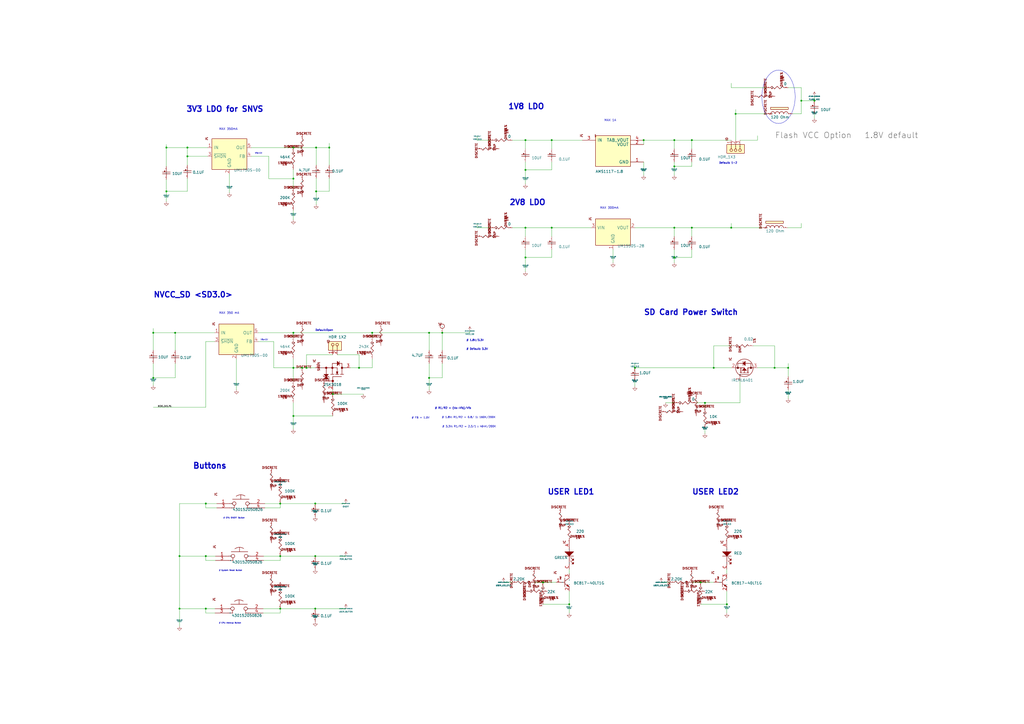
<source format=kicad_sch>
(kicad_sch (version 20230121) (generator eeschema)
  (paper "A2")
  (title_block (title "05 POWER DOMAIN-SchDoc") (date "31 01 2024"))
  (junction (at 304.8 132.08))
  (junction (at 472.44 58.42))
  (junction (at 183.388 110.998))
  (junction (at 170.18 85.598))
  (junction (at 330.2 350.52))
  (junction (at 88.9 193.04))
  (junction (at 304.8 81.28))
  (junction (at 182.88 292.1))
  (junction (at 464.82 58.42))
  (junction (at 104.14 353.06))
  (junction (at 391.16 149.352))
  (junction (at 108.712 85.598))
  (junction (at 373.38 81.28))
  (junction (at 401.32 81.28))
  (junction (at 170.18 241.3))
  (junction (at 119.38 292.1))
  (junction (at 401.32 132.08))
  (junction (at 96.52 110.998))
  (junction (at 191.008 85.598))
  (junction (at 320.04 81.28))
  (junction (at 162.56 292.1))
  (junction (at 170.18 213.36))
  (junction (at 104.14 322.58))
  (junction (at 304.8 98.552))
  (junction (at 88.9 219.202))
  (junction (at 256.54 193.04))
  (junction (at 426.72 66.04))
  (junction (at 215.9 193.04))
  (junction (at 421.64 350.52))
  (junction (at 391.16 81.28))
  (junction (at 449.326 213.36))
  (junction (at 406.4 337.82))
  (junction (at 408.94 233.68))
  (junction (at 175.26 213.36))
  (junction (at 424.18 132.08))
  (junction (at 182.88 353.06))
  (junction (at 170.18 193.04))
  (junction (at 182.88 322.58))
  (junction (at 391.16 132.08))
  (junction (at 96.52 85.598))
  (junction (at 108.712 90.678))
  (junction (at 414.02 213.36))
  (junction (at 391.16 96.52))
  (junction (at 368.3 213.36))
  (junction (at 304.8 149.352))
  (junction (at 248.92 193.04))
  (junction (at 183.388 85.598))
  (junction (at 320.04 132.08))
  (junction (at 162.56 353.06))
  (junction (at 162.56 322.58))
  (junction (at 248.92 219.202))
  (junction (at 170.18 103.632))
  (junction (at 208.28 213.36))
  (junction (at 101.6 193.04))
  (junction (at 457.2 213.36))
  (junction (at 193.04 228.6))
  (junction (at 314.96 337.82))
  (junction (at 119.38 322.58))
  (junction (at 177.8 213.36))
  (junction (at 119.38 353.06))
  (polyline (pts (xy 445.9224 43.6118) (xy 444.7794 45.1866)))
  (wire (pts (xy 183.388 110.998) (xy 191.008 110.998)))
  (wire (pts (xy 108.712 103.378) (xy 108.712 110.998)))
  (wire (pts (xy 424.18 132.08) (xy 401.32 132.08)))
  (wire (pts (xy 330.2 350.52) (xy 330.2 355.6)))
  (wire (pts (xy 119.38 294.64) (xy 119.38 292.1)))
  (polyline (pts (xy 460.1972 63.1698) (xy 460.7814 60.9346)))
  (polyline (pts (xy 444.7794 67.1068) (xy 445.9224 68.6816)))
  (wire (pts (xy 215.9 213.36) (xy 208.28 213.36)))
  (wire (pts (xy 276.86 81.28) (xy 284.48 81.28)))
  (wire (pts (xy 401.32 81.28) (xy 391.16 81.28)))
  (wire (pts (xy 426.72 63.5) (xy 426.72 66.04)))
  (wire (pts (xy 200.66 353.06) (xy 182.88 353.06)))
  (polyline (pts (xy 460.7814 51.3588) (xy 460.1972 49.1236)))
  (wire (pts (xy 88.9 210.82) (xy 88.9 219.202)))
  (wire (pts (xy 125.73 292.1) (xy 119.38 292.1)))
  (wire (pts (xy 406.4 337.82) (xy 401.32 337.82)))
  (wire (pts (xy 386.08 233.68) (xy 391.16 233.68)))
  (wire (pts (xy 101.6 193.04) (xy 88.9 193.04)))
  (wire (pts (xy 391.16 149.352) (xy 391.16 152.4)))
  (polyline (pts (xy 442.0616 58.5724) (xy 442.4172 60.9346)))
  (wire (pts (xy 170.18 213.36) (xy 175.26 213.36)))
  (polyline (pts (xy 454.5838 41.402) (xy 453.1106 40.8432)))
  (wire (pts (xy 256.54 210.82) (xy 256.54 219.202)))
  (wire (pts (xy 162.56 353.06) (xy 152.654 353.06)))
  (wire (pts (xy 183.388 110.998) (xy 183.388 118.618)))
  (wire (pts (xy 472.44 55.88) (xy 472.44 58.42)))
  (wire (pts (xy 137.16 208.28) (xy 137.16 226.06)))
  (wire (pts (xy 108.712 90.678) (xy 120.396 90.678)))
  (wire (pts (xy 408.94 233.68) (xy 403.86 233.68)))
  (wire (pts (xy 119.38 325.12) (xy 119.38 322.58)))
  (wire (pts (xy 320.04 93.98) (xy 320.04 98.552)))
  (wire (pts (xy 401.32 132.08) (xy 391.16 132.08)))
  (wire (pts (xy 457.2 213.36) (xy 457.2 218.44)))
  (wire (pts (xy 88.9 219.202) (xy 88.9 223.52)))
  (wire (pts (xy 297.18 132.08) (xy 304.8 132.08)))
  (wire (pts (xy 304.8 98.552) (xy 304.8 106.68)))
  (wire (pts (xy 182.88 322.58) (xy 162.56 322.58)))
  (wire (pts (xy 304.8 81.28) (xy 320.04 81.28)))
  (polyline (pts (xy 451.612 71.628) (xy 453.1106 71.4502)))
  (wire (pts (xy 215.9 193.04) (xy 170.18 193.04)))
  (wire (pts (xy 101.6 210.82) (xy 101.6 219.202)))
  (polyline (pts (xy 454.5838 70.8914) (xy 455.9808 69.9516)))
  (wire (pts (xy 119.38 236.22) (xy 119.38 198.12)))
  (wire (pts (xy 464.82 132.08) (xy 464.82 129.54)))
  (polyline (pts (xy 460.7814 60.9346) (xy 461.137 58.5724)))
  (wire (pts (xy 276.86 78.994) (xy 276.86 81.28)))
  (wire (pts (xy 183.388 85.598) (xy 191.008 85.598)))
  (wire (pts (xy 183.388 85.598) (xy 183.388 95.758)))
  (wire (pts (xy 429.26 81.28) (xy 439.42 81.28)))
  (wire (pts (xy 373.38 81.28) (xy 373.38 83.82)))
  (wire (pts (xy 391.16 132.08) (xy 391.16 137.16)))
  (wire (pts (xy 248.92 193.04) (xy 248.92 203.2)))
  (wire (pts (xy 304.8 132.08) (xy 304.8 137.16)))
  (polyline (pts (xy 461.137 58.5724) (xy 461.264 56.134)))
  (wire (pts (xy 182.88 292.1) (xy 162.56 292.1)))
  (wire (pts (xy 101.6 219.202) (xy 88.9 219.202)))
  (wire (pts (xy 424.18 129.54) (xy 424.18 132.08)))
  (wire (pts (xy 330.2 342.9) (xy 330.2 350.52)))
  (wire (pts (xy 108.712 85.598) (xy 108.712 90.678)))
  (wire (pts (xy 408.94 233.68) (xy 408.94 236.22)))
  (wire (pts (xy 441.706 132.08) (xy 424.18 132.08)))
  (wire (pts (xy 158.75 213.36) (xy 170.18 213.36)))
  (wire (pts (xy 170.18 98.298) (xy 170.18 103.632)))
  (wire (pts (xy 96.52 85.598) (xy 96.52 96.52)))
  (polyline (pts (xy 457.2762 43.6118) (xy 455.9808 42.3418)))
  (wire (pts (xy 368.3 220.98) (xy 368.3 224.028)))
  (wire (pts (xy 414.02 337.82) (xy 406.4 337.82)))
  (wire (pts (xy 464.82 66.04) (xy 459.74 66.04)))
  (wire (pts (xy 248.92 193.04) (xy 215.9 193.04)))
  (wire (pts (xy 193.04 228.6) (xy 210.82 228.6)))
  (wire (pts (xy 108.712 110.998) (xy 96.52 110.998)))
  (wire (pts (xy 152.654 355.6) (xy 162.56 355.6)))
  (wire (pts (xy 104.14 353.06) (xy 104.14 363.22)))
  (wire (pts (xy 120.396 85.598) (xy 108.712 85.598)))
  (polyline (pts (xy 442.0616 53.721) (xy 441.96 56.1594)))
  (polyline (pts (xy 450.088 40.8432) (xy 448.6148 41.402)))
  (wire (pts (xy 391.16 96.52) (xy 391.16 101.6)))
  (wire (pts (xy 88.9 193.04) (xy 88.9 203.2)))
  (polyline (pts (xy 459.4098 47.0408) (xy 458.4192 45.1866)))
  (wire (pts (xy 436.88 200.66) (xy 449.326 200.66)))
  (wire (pts (xy 424.18 81.28) (xy 401.32 81.28)))
  (wire (pts (xy 314.96 350.52) (xy 330.2 350.52)))
  (wire (pts (xy 424.18 48.26) (xy 424.18 50.8)))
  (wire (pts (xy 424.18 213.36) (xy 414.02 213.36)))
  (wire (pts (xy 304.8 149.352) (xy 304.8 157.48)))
  (wire (pts (xy 472.44 58.42) (xy 464.82 58.42)))
  (wire (pts (xy 304.8 93.98) (xy 304.8 98.552)))
  (wire (pts (xy 355.6 144.78) (xy 355.6 152.4)))
  (wire (pts (xy 170.18 103.632) (xy 170.18 109.22)))
  (wire (pts (xy 193.04 226.06) (xy 193.04 228.6)))
  (polyline (pts (xy 455.9808 69.9516) (xy 457.2762 68.6816)))
  (wire (pts (xy 304.8 144.78) (xy 304.8 149.352)))
  (polyline (pts (xy 458.4192 45.1866) (xy 457.2762 43.6118)))
  (wire (pts (xy 124.46 193.04) (xy 101.6 193.04)))
  (wire (pts (xy 408.94 248.92) (xy 408.94 251.46)))
  (wire (pts (xy 391.16 144.78) (xy 391.16 149.352)))
  (wire (pts (xy 464.82 50.8) (xy 464.82 58.42)))
  (wire (pts (xy 320.04 132.08) (xy 320.04 137.16)))
  (wire (pts (xy 170.18 193.04) (xy 170.18 195.58)))
  (polyline (pts (xy 460.1972 49.1236) (xy 459.4098 47.0408)))
  (polyline (pts (xy 441.96 56.1594) (xy 442.0616 58.5724)))
  (wire (pts (xy 191.008 85.598) (xy 191.008 95.758)))
  (wire (pts (xy 256.54 193.04) (xy 248.92 193.04)))
  (polyline (pts (xy 448.6148 41.402) (xy 447.2178 42.3418)))
  (wire (pts (xy 119.38 292.1) (xy 104.14 292.1)))
  (wire (pts (xy 406.4 350.52) (xy 421.64 350.52)))
  (wire (pts (xy 424.18 50.8) (xy 444.5 50.8)))
  (wire (pts (xy 401.32 93.98) (xy 401.32 96.52)))
  (wire (pts (xy 170.18 208.28) (xy 170.18 213.36)))
  (wire (pts (xy 429.26 220.98) (xy 429.26 233.68)))
  (wire (pts (xy 320.04 132.08) (xy 342.9 132.08)))
  (wire (pts (xy 320.04 81.28) (xy 320.04 86.36)))
  (wire (pts (xy 170.18 233.68) (xy 170.18 241.3)))
  (wire (pts (xy 124.714 355.6) (xy 119.38 355.6)))
  (wire (pts (xy 421.64 342.9) (xy 421.64 350.52)))
  (wire (pts (xy 124.968 325.12) (xy 119.38 325.12)))
  (wire (pts (xy 96.52 104.14) (xy 96.52 110.998)))
  (wire (pts (xy 149.86 198.12) (xy 158.75 198.12)))
  (wire (pts (xy 145.796 85.598) (xy 170.18 85.598)))
  (wire (pts (xy 119.38 353.06) (xy 104.14 353.06)))
  (wire (pts (xy 155.956 103.632) (xy 170.18 103.632)))
  (wire (pts (xy 457.2 226.06) (xy 457.2 231.14)))
  (wire (pts (xy 272.542 193.04) (xy 256.54 193.04)))
  (polyline (pts (xy 451.5866 40.64) (xy 450.088 40.8432)))
  (wire (pts (xy 292.1 337.82) (xy 297.18 337.82)))
  (wire (pts (xy 439.42 81.28) (xy 439.42 78.74)))
  (wire (pts (xy 449.326 200.66) (xy 449.326 213.36)))
  (wire (pts (xy 391.16 81.28) (xy 391.16 86.36)))
  (wire (pts (xy 276.86 129.794) (xy 276.86 132.08)))
  (wire (pts (xy 472.44 66.04) (xy 472.44 68.58)))
  (wire (pts (xy 421.64 330.2) (xy 421.64 332.74)))
  (wire (pts (xy 322.58 337.82) (xy 314.96 337.82)))
  (polyline (pts (xy 442.4172 51.3588) (xy 442.0616 53.721)))
  (wire (pts (xy 276.86 132.08) (xy 284.48 132.08)))
  (wire (pts (xy 170.18 241.3) (xy 170.18 248.92)))
  (wire (pts (xy 391.16 93.98) (xy 391.16 96.52)))
  (wire (pts (xy 162.56 325.12) (xy 162.56 322.58)))
  (wire (pts (xy 108.712 90.678) (xy 108.712 95.758)))
  (wire (pts (xy 414.02 213.36) (xy 414.02 200.66)))
  (wire (pts (xy 175.26 213.36) (xy 177.8 213.36)))
  (polyline (pts (xy 459.4098 65.2526) (xy 460.1972 63.1698)))
  (wire (pts (xy 368.3 213.36) (xy 368.3 210.82)))
  (wire (pts (xy 464.82 58.42) (xy 464.82 66.04)))
  (wire (pts (xy 208.28 205.74) (xy 195.58 205.74)))
  (wire (pts (xy 170.18 121.92) (xy 170.18 127.508)))
  (wire (pts (xy 401.32 149.352) (xy 391.16 149.352)))
  (wire (pts (xy 124.968 322.58) (xy 119.38 322.58)))
  (wire (pts (xy 152.908 325.12) (xy 162.56 325.12)))
  (wire (pts (xy 215.9 193.04) (xy 215.9 195.58)))
  (wire (pts (xy 162.56 322.58) (xy 152.908 322.58)))
  (wire (pts (xy 426.72 66.04) (xy 426.72 81.28)))
  (wire (pts (xy 191.008 110.998) (xy 191.008 103.378)))
  (polyline (pts (xy 457.2762 68.6816) (xy 458.4192 67.1068)))
  (wire (pts (xy 256.54 193.04) (xy 256.54 203.2)))
  (wire (pts (xy 373.38 93.98) (xy 373.38 101.6)))
  (wire (pts (xy 414.02 213.36) (xy 368.3 213.36)))
  (wire (pts (xy 119.38 198.12) (xy 124.46 198.12)))
  (wire (pts (xy 248.92 219.202) (xy 248.92 226.06)))
  (wire (pts (xy 383.54 337.82) (xy 388.62 337.82)))
  (polyline (pts (xy 447.2178 69.9516) (xy 448.6148 70.8914)))
  (wire (pts (xy 330.2 330.2) (xy 330.2 332.74)))
  (wire (pts (xy 215.9 208.28) (xy 215.9 213.36)))
  (wire (pts (xy 429.26 233.68) (xy 408.94 233.68)))
  (wire (pts (xy 304.8 81.28) (xy 304.8 86.36)))
  (wire (pts (xy 208.28 213.36) (xy 203.2 213.36)))
  (wire (pts (xy 391.16 81.28) (xy 373.38 81.28)))
  (wire (pts (xy 162.56 294.64) (xy 162.56 292.1)))
  (wire (pts (xy 104.14 292.1) (xy 104.14 322.58)))
  (wire (pts (xy 314.96 337.82) (xy 309.88 337.82)))
  (wire (pts (xy 208.28 213.36) (xy 208.28 205.74)))
  (wire (pts (xy 170.18 193.04) (xy 149.86 193.04)))
  (wire (pts (xy 96.52 83.82) (xy 96.52 85.598)))
  (wire (pts (xy 158.75 198.12) (xy 158.75 213.36)))
  (wire (pts (xy 183.388 103.378) (xy 183.388 110.998)))
  (polyline (pts (xy 450.088 71.4502) (xy 451.612 71.628)))
  (polyline (pts (xy 445.9224 68.6816) (xy 447.2178 69.9516)))
  (wire (pts (xy 320.04 98.552) (xy 304.8 98.552)))
  (wire (pts (xy 421.64 350.52) (xy 421.64 355.6)))
  (wire (pts (xy 401.32 132.08) (xy 401.32 137.16)))
  (wire (pts (xy 124.714 353.06) (xy 119.38 353.06)))
  (polyline (pts (xy 442.4172 60.9346) (xy 443.0014 63.1698)))
  (polyline (pts (xy 461.264 56.134) (xy 461.137 53.721)))
  (wire (pts (xy 457.2 210.82) (xy 457.2 213.36)))
  (wire (pts (xy 96.52 110.998) (xy 96.52 116.84)))
  (polyline (pts (xy 444.7794 45.1866) (xy 443.7888 47.0408)))
  (wire (pts (xy 155.956 90.678) (xy 155.956 103.632)))
  (wire (pts (xy 153.67 294.64) (xy 162.56 294.64)))
  (wire (pts (xy 145.796 90.678) (xy 155.956 90.678)))
  (wire (pts (xy 320.04 149.352) (xy 304.8 149.352)))
  (wire (pts (xy 104.14 322.58) (xy 104.14 353.06)))
  (wire (pts (xy 177.8 205.74) (xy 193.04 205.74)))
  (polyline (pts (xy 458.4192 67.1068) (xy 459.4098 65.2526)))
  (polyline (pts (xy 455.9808 42.3418) (xy 454.5838 41.402)))
  (wire (pts (xy 457.2 50.8) (xy 464.82 50.8)))
  (wire (pts (xy 272.542 192.024) (xy 272.542 193.04)))
  (wire (pts (xy 200.66 322.58) (xy 182.88 322.58)))
  (wire (pts (xy 191.008 83.058) (xy 191.008 85.598)))
  (wire (pts (xy 391.16 132.08) (xy 368.3 132.08)))
  (wire (pts (xy 248.92 210.82) (xy 248.92 219.202)))
  (wire (pts (xy 170.18 213.36) (xy 170.18 220.98)))
  (wire (pts (xy 456.946 132.08) (xy 464.82 132.08)))
  (wire (pts (xy 170.18 241.3) (xy 193.04 241.3)))
  (wire (pts (xy 125.73 294.64) (xy 119.38 294.64)))
  (wire (pts (xy 457.2 213.36) (xy 449.326 213.36)))
  (wire (pts (xy 401.32 81.28) (xy 401.32 86.36)))
  (wire (pts (xy 88.9 190.5) (xy 88.9 193.04)))
  (wire (pts (xy 133.096 100.838) (xy 133.096 111.76)))
  (polyline (pts (xy 443.0014 49.1236) (xy 442.4172 51.3588)))
  (wire (pts (xy 320.04 144.78) (xy 320.04 149.352)))
  (polyline (pts (xy 461.137 53.721) (xy 460.7814 51.3588)))
  (wire (pts (xy 119.38 355.6) (xy 119.38 353.06)))
  (wire (pts (xy 170.18 85.598) (xy 183.388 85.598)))
  (wire (pts (xy 320.04 81.28) (xy 337.82 81.28)))
  (wire (pts (xy 162.56 292.1) (xy 153.67 292.1)))
  (wire (pts (xy 177.8 213.36) (xy 177.8 205.74)))
  (polyline (pts (xy 453.1106 71.4502) (xy 454.5838 70.8914)))
  (polyline (pts (xy 443.0014 63.1698) (xy 443.7888 65.2526)))
  (wire (pts (xy 182.88 353.06) (xy 162.56 353.06)))
  (wire (pts (xy 177.8 213.36) (xy 182.88 213.36)))
  (wire (pts (xy 304.8 132.08) (xy 320.04 132.08)))
  (wire (pts (xy 401.32 96.52) (xy 391.16 96.52)))
  (polyline (pts (xy 443.7888 47.0408) (xy 443.0014 49.1236)))
  (wire (pts (xy 449.326 213.36) (xy 439.42 213.36)))
  (wire (pts (xy 401.32 144.78) (xy 401.32 149.352)))
  (polyline (pts (xy 443.7888 65.2526) (xy 444.7794 67.1068)))
  (wire (pts (xy 108.712 85.598) (xy 96.52 85.598)))
  (wire (pts (xy 101.6 193.04) (xy 101.6 203.2)))
  (polyline (pts (xy 448.6148 70.8914) (xy 450.088 71.4502)))
  (wire (pts (xy 256.54 219.202) (xy 248.92 219.202)))
  (wire (pts (xy 88.9 236.22) (xy 119.38 236.22)))
  (wire (pts (xy 200.66 292.1) (xy 182.88 292.1)))
  (wire (pts (xy 119.38 322.58) (xy 104.14 322.58)))
  (wire (pts (xy 414.02 200.66) (xy 424.18 200.66)))
  (wire (pts (xy 162.56 355.6) (xy 162.56 353.06)))
  (wire (pts (xy 426.72 66.04) (xy 444.5 66.04)))
  (polyline (pts (xy 453.1106 40.8432) (xy 451.5866 40.64)))
  (polyline (pts (xy 447.2178 42.3418) (xy 445.9224 43.6118)))
  (wire (pts (xy 297.18 81.28) (xy 304.8 81.28)))
  (text "# CPU Wakeup Button" (at 127 361.95 0) (effects (font (size 0.762 0.762)) (justify left bottom)))
  (text "MAX 350 mA " (at 127 182.372 0) (effects (font (size 1.2192 1.2192)) (justify left bottom)))
  (text "# 1.8V: R1/R2 = 0.8/ 1: 160K/200K" (at 256.286 242.824 0) (effects (font (size 1.0668 1.0668)) (justify left bottom)))
  (text "Default: 1-2" (at 417.068 95.25 0) (effects (font (size 1.0668 1.0668) (thickness 0.2134) bold) (justify left bottom)))
  (text "2V8 LDO" (at 295.402 119.38 0) (effects (font (size 3.2004 3.2004) (thickness 0.6401) bold) (justify left bottom)))
  (text "# CPU ONOFF Button" (at 129.54 300.99 0) (effects (font (size 0.762 0.762)) (justify left bottom)))
  (text "# 1.8V/3.3V" (at 270.51 198.12 0) (effects (font (size 1.0668 1.0668) (thickness 0.2134) bold) (justify left bottom)))
  (text "# Default: 3.3V" (at 270.51 203.2 0) (effects (font (size 1.0668 1.0668) (thickness 0.2134) bold) (justify left bottom)))
  (text "USER LED2" (at 401.32 287.274 0) (effects (font (size 3.2004 3.2004) (thickness 0.6401) bold) (justify left bottom)))
  (text "Vfb=1V" (at 151.13 197.612 0) (effects (font (size 0.762 0.762)) (justify left bottom)))
  (text "# R1/R2 = (Vo-Vfb)/Vfb" (at 252.222 237.49 0) (effects (font (size 1.0668 1.0668) (thickness 0.2134) bold) (justify left bottom)))
  (text "1V8 LDO" (at 294.64 63.754 0) (effects (font (size 3.2004 3.2004) (thickness 0.6401) bold) (justify left bottom)))
  (text "3V3 LDO for SNVS" (at 107.95 65.278 0) (effects (font (size 3.2004 3.2004) (thickness 0.6401) bold) (justify left bottom)))
  (text "MAX 1A" (at 350.52 70.612 0) (effects (font (size 1.2192 1.2192)) (justify left bottom)))
  (text "# FB = 1.0V" (at 238.76 243.078 0) (effects (font (size 1.0668 1.0668)) (justify left bottom)))
  (text "MAX 300mA" (at 347.98 121.412 0) (effects (font (size 1.2192 1.2192)) (justify left bottom)))
  (text "# 3.3V: R1/R2 = 2.3/1 : 464K/200K" (at 256.54 248.158 0) (effects (font (size 1.0668 1.0668)) (justify left bottom)))
  (text "Vfb=1V" (at 147.828 89.408 0) (effects (font (size 0.762 0.762)) (justify left bottom)))
  (text "Buttons" (at 111.76 272.288 0) (effects (font (size 3.3528 3.3528) (thickness 0.6706) bold) (justify left bottom)))
  (text "USER LED1" (at 317.5 287.274 0) (effects (font (size 3.2004 3.2004) (thickness 0.6401) bold) (justify left bottom)))
  (text "MAX 350mA" (at 127 75.692 0) (effects (font (size 1.2192 1.2192)) (justify left bottom)))
  (text "NVCC_SD <SD3.0>" (at 88.9 172.974 0) (effects (font (size 3.2004 3.2004) (thickness 0.6401) bold) (justify left bottom)))
  (text "SD Card Power Switch" (at 373.38 183.134 0) (effects (font (size 3.2004 3.2004) (thickness 0.6401) bold) (justify left bottom)))
  (text "Default:Open" (at 182.88 192.278 0) (effects (font (size 1.0668 1.0668) (thickness 0.2134) bold) (justify left bottom)))
  (text "# System Reset Button" (at 127 331.47 0) (effects (font (size 0.762 0.762)) (justify left bottom)))
  (label "DCDC_3V3_PG" (at 91.44 236.22 0) (effects (font (size 0.762 0.762))))
  (label "Flash VCC Option   1.8V default" (at 449.58 81.28 0) (effects (font (size 3.3528 3.3528))))
  (symbol (lib_id "05 POWER DOMAIN-SchDoc-cache:CAP_NP") (at 302.26 139.7 0) (unit 1)
    (property "Reference" "IC?" (effects hide))
    (property "Value" "10UF" (at 308.356 143.256 0) (effects (font (size 1.524 1.524)) (justify left bottom)))
  )
  (symbol (lib_id "05 POWER DOMAIN-SchDoc-cache:RES_Dup1") (at 447.04 53.34 90) (unit 1)
    (property "Reference" "IC?" (effects hide))
    (property "Value" "0" (at 454.66 49.53 90) (effects (font (size 1.524 1.524)) (justify right top)))
  )
  (symbol (lib_id "05 POWER DOMAIN-SchDoc-cache:RES_Dup1") (at 172.72 111.76 0) (mirror y) (unit 1)
    (property "Reference" "IC?" (effects hide))
    (property "Value" "200K" (at 162.306 115.57 0) (effects (font (size 1.524 1.524)) (justify right bottom)))
  )
  (symbol (lib_id "05 POWER DOMAIN-SchDoc-cache:RES_Dup1") (at 172.72 223.52 0) (mirror y) (unit 1)
    (property "Reference" "IC?" (effects hide))
    (property "Value" "200K" (at 162.306 227.33 0) (effects (font (size 1.524 1.524)) (justify right bottom)))
  )
  (symbol (lib_id "05 POWER DOMAIN-SchDoc-cache:RES_Dup1") (at 398.78 340.36 90) (mirror x) (unit 1)
    (property "Reference" "IC?" (effects hide))
    (property "Value" "2.20K" (at 395.986 335.026 90) (effects (font (size 1.524 1.524)) (justify left top)))
  )
  (symbol (lib_id "05 POWER DOMAIN-SchDoc-cache:RES_Dup1") (at 287.02 134.62 90) (unit 1)
    (property "Reference" "IC?" (effects hide))
    (property "Value" "0" (at 294.64 130.81 90) (effects (font (size 1.524 1.524)) (justify right top)))
  )
  (symbol (lib_id "05 POWER DOMAIN-SchDoc-cache:CAP_NP") (at 388.62 88.9 0) (unit 1)
    (property "Reference" "IC?" (effects hide))
    (property "Value" "10UF" (at 394.716 92.456 0) (effects (font (size 1.524 1.524)) (justify left bottom)))
  )
  (symbol (lib_id "05 POWER DOMAIN-SchDoc-cache:RES_Dup1") (at 190.5 231.14 0) (unit 1)
    (property "Reference" "IC?" (effects hide))
    (property "Value" "100K" (at 195.58 234.95 0) (effects (font (size 1.524 1.524)) (justify left bottom)))
  )
  (symbol (lib_id "05 POWER DOMAIN-SchDoc-cache:CAP_NP") (at 251.46 205.74 0) (mirror y) (unit 1)
    (property "Reference" "IC?" (effects hide))
    (property "Value" "4.7UF" (at 238.76 207.01 0) (effects (font (size 1.524 1.524)) (justify right bottom)))
  )
  (symbol (lib_id "05 POWER DOMAIN-SchDoc-cache:EDGE_MOUNT_PB_SW_2") (at 132.334 347.98 0) (unit 1)
    (property "Reference" "IC?" (effects hide))
    (property "Value" "430152050826" (at 134.366 357.886 0) (effects (font (size 1.524 1.524)) (justify left bottom)))
  )
  (symbol (lib_id "05 POWER DOMAIN-SchDoc-cache:UM1750S-00_5P") (at 122.936 80.518 0) (unit 1)
    (property "Reference" "IC?" (effects hide))
    (property "Value" "UM1750S-00" (at 135.636 99.568 0) (effects (font (size 1.524 1.524)) (justify left bottom)))
  )
  (symbol (lib_id "05 POWER DOMAIN-SchDoc-cache:NPN") (at 416.56 335.28 0) (unit 1)
    (property "Reference" "IC?" (effects hide))
    (property "Value" "BC817-40LT1G" (at 424.18 339.09 0) (effects (font (size 1.524 1.524)) (justify left bottom)))
  )
  (symbol (lib_id "05 POWER DOMAIN-SchDoc-cache:RES_Dup1") (at 287.02 83.82 90) (unit 1)
    (property "Reference" "IC?" (effects hide))
    (property "Value" "0" (at 294.64 80.01 90) (effects (font (size 1.524 1.524)) (justify right top)))
  )
  (symbol (lib_id "05 POWER DOMAIN-SchDoc-cache:RES_Dup1") (at 160.02 342.9 0) (unit 1)
    (property "Reference" "IC?" (effects hide))
    (property "Value" "100K" (at 165.1 346.71 0) (effects (font (size 1.524 1.524)) (justify left bottom)))
  )
  (symbol (lib_id "05 POWER DOMAIN-SchDoc-cache:CONN_HDR_2X1") (at 190.5 203.2 90) (unit 1)
    (property "Reference" "IC?" (effects hide))
    (property "Value" "HDR 1X2" (at 190.5 196.342 90) (effects (font (size 1.524 1.524)) (justify right top)))
  )
  (symbol (lib_id "05 POWER DOMAIN-SchDoc-cache:CAP_NP") (at 188.468 98.298 0) (unit 1)
    (property "Reference" "IC?" (effects hide))
    (property "Value" "0.1UF" (at 192.532 100.076 0) (effects (font (size 1.524 1.524)) (justify left bottom)))
  )
  (symbol (lib_id "05 POWER DOMAIN-SchDoc-cache:CAP_NP") (at 99.06 205.74 0) (unit 1)
    (property "Reference" "IC?" (effects hide))
    (property "Value" "0.1UF" (at 104.394 208.28 0) (effects (font (size 1.524 1.524)) (justify left bottom)))
  )
  (symbol (lib_id "05 POWER DOMAIN-SchDoc-cache:RES_Dup1") (at 160.02 281.94 0) (unit 1)
    (property "Reference" "IC?" (effects hide))
    (property "Value" "100K" (at 165.1 285.75 0) (effects (font (size 1.524 1.524)) (justify left bottom)))
  )
  (symbol (lib_id "05 POWER DOMAIN-SchDoc-cache:EDGE_MOUNT_PB_SW_2") (at 132.588 317.5 0) (unit 1)
    (property "Reference" "IC?" (effects hide))
    (property "Value" "430152050826" (at 134.62 326.898 0) (effects (font (size 1.524 1.524)) (justify left bottom)))
  )
  (symbol (lib_id "05 POWER DOMAIN-SchDoc-cache:CAP_NP") (at 254 205.74 0) (unit 1)
    (property "Reference" "IC?" (effects hide))
    (property "Value" "0.1UF" (at 259.334 208.534 0) (effects (font (size 1.524 1.524)) (justify left bottom)))
  )
  (symbol (lib_id "05 POWER DOMAIN-SchDoc-cache:LED") (at 332.74 317.5 270) (unit 1)
    (property "Reference" "IC?" (effects hide))
    (property "Value" "GREEN" (at 321.564 324.358 90) (effects (font (size 1.524 1.524)) (justify left bottom)))
  )
  (symbol (lib_id "05 POWER DOMAIN-SchDoc-cache:LED") (at 424.18 317.5 270) (unit 1)
    (property "Reference" "IC?" (effects hide))
    (property "Value" "RED" (at 425.704 321.818 90) (effects (font (size 1.524 1.524)) (justify left bottom)))
  )
  (symbol (lib_id "05 POWER DOMAIN-SchDoc-cache:CONN_HDR_3X1") (at 421.64 83.82 270) (mirror x) (unit 1)
    (property "Reference" "IC?" (effects hide))
    (property "Value" "HDR_1X3" (at 426.72 90.17 90) (effects (font (size 1.524 1.524)) (justify right bottom)))
  )
  (symbol (lib_id "05 POWER DOMAIN-SchDoc-cache:NPN") (at 325.12 335.28 0) (unit 1)
    (property "Reference" "IC?" (effects hide))
    (property "Value" "BC817-40LT1G" (at 332.74 339.09 0) (effects (font (size 1.524 1.524)) (justify left bottom)))
  )
  (symbol (lib_id "05 POWER DOMAIN-SchDoc-cache:CAP_NP") (at 398.78 139.7 0) (unit 1)
    (property "Reference" "IC?" (effects hide))
    (property "Value" "0.1UF" (at 405.384 144.018 0) (effects (font (size 1.524 1.524)) (justify left bottom)))
  )
  (symbol (lib_id "05 POWER DOMAIN-SchDoc-cache:CAP_NP") (at 180.34 355.6 0) (unit 1)
    (property "Reference" "IC?" (effects hide))
    (property "Value" "0.1UF" (at 185.928 358.14 0) (effects (font (size 1.524 1.524)) (justify left bottom)))
  )
  (symbol (lib_id "05 POWER DOMAIN-SchDoc-cache:MOSFET_P") (at 436.88 218.44 90) (mirror x) (unit 1)
    (property "Reference" "IC?" (effects hide))
    (property "Value" "IRLML6401" (at 436.88 219.71 90) (effects (font (size 1.524 1.524)) (justify left top)))
  )
  (symbol (lib_id "05 POWER DOMAIN-SchDoc-cache:RES_Dup1") (at 307.34 340.36 90) (mirror x) (unit 1)
    (property "Reference" "IC?" (effects hide))
    (property "Value" "2.20K" (at 304.546 335.026 90) (effects (font (size 1.524 1.524)) (justify left top)))
  )
  (symbol (lib_id "05 POWER DOMAIN-SchDoc-cache:EDGE_MOUNT_PB_SW_2") (at 133.35 287.02 0) (unit 1)
    (property "Reference" "IC?" (effects hide))
    (property "Value" "430152050826" (at 134.874 296.418 0) (effects (font (size 1.524 1.524)) (justify left bottom)))
  )
  (symbol (lib_id "05 POWER DOMAIN-SchDoc-cache:CAP_NP") (at 454.66 220.98 0) (unit 1)
    (property "Reference" "IC?" (effects hide))
    (property "Value" "1.0UF" (at 459.74 222.25 0) (effects (font (size 1.524 1.524)) (justify left bottom)))
  )
  (symbol (lib_id "05 POWER DOMAIN-SchDoc-cache:UM1750S-00_5P") (at 127 187.96 0) (unit 1)
    (property "Reference" "IC?" (effects hide))
    (property "Value" "UM1750S-00" (at 139.7 207.01 0) (effects (font (size 1.524 1.524)) (justify left bottom)))
  )
  (symbol (lib_id "05 POWER DOMAIN-SchDoc-cache:RES_Dup1") (at 393.7 236.22 90) (unit 1)
    (property "Reference" "IC?" (effects hide))
    (property "Value" "0" (at 401.32 232.41 90) (effects (font (size 1.524 1.524)) (justify right top)))
  )
  (symbol (lib_id "05 POWER DOMAIN-SchDoc-cache:CAP_NP") (at 185.928 98.298 0) (mirror y) (unit 1)
    (property "Reference" "IC?" (effects hide))
    (property "Value" "4.7UF" (at 173.228 99.568 0) (effects (font (size 1.524 1.524)) (justify right bottom)))
  )
  (symbol (lib_id "05 POWER DOMAIN-SchDoc-cache:INDUCTOR_FERRITE") (at 444.246 132.08 90) (unit 1)
    (property "Reference" "IC?" (effects hide))
    (property "Value" "120 Ohm" (at 444.246 134.874 90) (effects (font (size 1.524 1.524)) (justify right top)))
  )
  (symbol (lib_id "05 POWER DOMAIN-SchDoc-cache:CAP_NP") (at 469.9 60.96 0) (unit 1)
    (property "Reference" "IC?" (effects hide))
    (property "Value" "10UF" (at 475.996 64.516 0) (effects (font (size 1.524 1.524)) (justify left bottom)))
  )
  (symbol (lib_id "05 POWER DOMAIN-SchDoc-cache:T_POINT_R") (at 254 187.96 270) (mirror x) (unit 1)
    (property "Reference" "IC?" (effects hide))
  )
  (symbol (lib_id "05 POWER DOMAIN-SchDoc-cache:CAP_NP") (at 106.172 98.298 0) (unit 1)
    (property "Reference" "IC?" (effects hide))
    (property "Value" "0.1UF" (at 111.76 100.838 0) (effects (font (size 1.524 1.524)) (justify left bottom)))
  )
  (symbol (lib_id "05 POWER DOMAIN-SchDoc-cache:LM1117_FXD") (at 345.44 78.74 0) (unit 1)
    (property "Reference" "IC?" (effects hide))
    (property "Value" "AMS1117-1.8" (at 345.44 100.33 0) (effects (font (size 1.524 1.524)) (justify left bottom)))
  )
  (symbol (lib_id "05 POWER DOMAIN-SchDoc-cache:CAP_NP") (at 398.78 88.9 0) (unit 1)
    (property "Reference" "IC?" (effects hide))
    (property "Value" "0.1UF" (at 405.384 93.218 0) (effects (font (size 1.524 1.524)) (justify left bottom)))
  )
  (symbol (lib_id "05 POWER DOMAIN-SchDoc-cache:RES_Dup1") (at 218.44 198.12 0) (mirror y) (unit 1)
    (property "Reference" "IC?" (effects hide))
    (property "Value" "243K" (at 208.026 201.93 0) (effects (font (size 1.524 1.524)) (justify right bottom)))
  )
  (symbol (lib_id "05 POWER DOMAIN-SchDoc-cache:CAP_NP") (at 180.34 325.12 0) (unit 1)
    (property "Reference" "IC?" (effects hide))
    (property "Value" "0.1UF" (at 185.928 327.66 0) (effects (font (size 1.524 1.524)) (justify left bottom)))
  )
  (symbol (lib_id "05 POWER DOMAIN-SchDoc-cache:CAP_NP") (at 86.36 205.74 0) (unit 1)
    (property "Reference" "IC?" (effects hide))
    (property "Value" "10UF" (at 91.694 208.026 0) (effects (font (size 1.524 1.524)) (justify left bottom)))
  )
  (symbol (lib_id "05 POWER DOMAIN-SchDoc-cache:CAP_NP") (at 365.76 215.9 0) (unit 1)
    (property "Reference" "IC?" (effects hide))
    (property "Value" "1.0UF" (at 370.84 217.17 0) (effects (font (size 1.524 1.524)) (justify left bottom)))
  )
  (symbol (lib_id "05 POWER DOMAIN-SchDoc-cache:CAP_NP") (at 93.98 99.06 0) (unit 1)
    (property "Reference" "IC?" (effects hide))
    (property "Value" "10UF" (at 99.822 101.6 0) (effects (font (size 1.524 1.524)) (justify left bottom)))
  )
  (symbol (lib_id "05 POWER DOMAIN-SchDoc-cache:RES_Dup1") (at 327.66 304.8 0) (unit 1)
    (property "Reference" "IC?" (effects hide))
    (property "Value" "220" (at 334.264 309.118 0) (effects (font (size 1.524 1.524)) (justify left bottom)))
  )
  (symbol (lib_id "05 POWER DOMAIN-SchDoc-cache:RES_Dup1") (at 406.4 238.76 0) (unit 1)
    (property "Reference" "IC?" (effects hide))
    (property "Value" "10K" (at 411.48 242.57 0) (effects (font (size 1.524 1.524)) (justify left bottom)))
  )
  (symbol (lib_id "05 POWER DOMAIN-SchDoc-cache:CAP_NP") (at 388.62 139.7 0) (unit 1)
    (property "Reference" "IC?" (effects hide))
    (property "Value" "10UF" (at 394.716 143.256 0) (effects (font (size 1.524 1.524)) (justify left bottom)))
  )
  (symbol (lib_id "05 POWER DOMAIN-SchDoc-cache:CAP_NP") (at 302.26 88.9 0) (unit 1)
    (property "Reference" "IC?" (effects hide))
    (property "Value" "10UF" (at 308.356 92.456 0) (effects (font (size 1.524 1.524)) (justify left bottom)))
  )
  (symbol (lib_id "05 POWER DOMAIN-SchDoc-cache:RES_Dup1") (at 172.72 198.12 0) (mirror y) (unit 1)
    (property "Reference" "IC?" (effects hide))
    (property "Value" "464K" (at 162.306 201.93 0) (effects (font (size 1.524 1.524)) (justify right bottom)))
  )
  (symbol (lib_id "05 POWER DOMAIN-SchDoc-cache:RES_Dup1") (at 403.86 340.36 0) (unit 1)
    (property "Reference" "IC?" (effects hide))
    (property "Value" "22K" (at 408.94 344.17 0) (effects (font (size 1.524 1.524)) (justify left bottom)))
  )
  (symbol (lib_id "05 POWER DOMAIN-SchDoc-cache:RES_Dup1") (at 172.72 88.138 0) (mirror y) (unit 1)
    (property "Reference" "IC?" (effects hide))
    (property "Value" "464K" (at 162.306 91.948 0) (effects (font (size 1.524 1.524)) (justify right bottom)))
  )
  (symbol (lib_id "05 POWER DOMAIN-SchDoc-cache:RES_Dup1") (at 419.1 304.8 0) (unit 1)
    (property "Reference" "IC?" (effects hide))
    (property "Value" "220" (at 425.704 309.118 0) (effects (font (size 1.524 1.524)) (justify left bottom)))
  )
  (symbol (lib_id "05 POWER DOMAIN-SchDoc-cache:2SK3018") (at 200.66 223.52 90) (mirror x) (unit 1)
    (property "Reference" "IC?" (effects hide))
    (property "Value" "2SK3018" (at 198.12 222.25 90) (effects (font (size 1.524 1.524)) (justify left top)))
  )
  (symbol (lib_id "05 POWER DOMAIN-SchDoc-cache:CAP_NP") (at 317.5 139.7 0) (unit 1)
    (property "Reference" "IC?" (effects hide))
    (property "Value" "0.1UF" (at 324.104 144.018 0) (effects (font (size 1.524 1.524)) (justify left bottom)))
  )
  (symbol (lib_id "05 POWER DOMAIN-SchDoc-cache:RES_Dup1") (at 160.02 312.42 0) (unit 1)
    (property "Reference" "IC?" (effects hide))
    (property "Value" "100K" (at 165.1 316.23 0) (effects (font (size 1.524 1.524)) (justify left bottom)))
  )
  (symbol (lib_id "05 POWER DOMAIN-SchDoc-cache:UM1550S_3P") (at 345.44 127 0) (unit 1)
    (property "Reference" "IC?" (effects hide))
    (property "Value" "UM1550S-28" (at 358.14 143.51 0) (effects (font (size 1.524 1.524)) (justify left bottom)))
  )
  (symbol (lib_id "05 POWER DOMAIN-SchDoc-cache:RES_Dup1") (at 312.42 340.36 0) (unit 1)
    (property "Reference" "IC?" (effects hide))
    (property "Value" "22K" (at 317.5 344.17 0) (effects (font (size 1.524 1.524)) (justify left bottom)))
  )
  (symbol (lib_id "05 POWER DOMAIN-SchDoc-cache:INDUCTOR_FERRITE") (at 447.04 66.04 90) (unit 1)
    (property "Reference" "IC?" (effects hide))
    (property "Value" "120 Ohm" (at 447.04 68.834 90) (effects (font (size 1.524 1.524)) (justify right top)))
  )
  (symbol (lib_id "05 POWER DOMAIN-SchDoc-cache:CAP_NP") (at 180.34 294.64 0) (unit 1)
    (property "Reference" "IC?" (effects hide))
    (property "Value" "0.1UF" (at 185.928 297.18 0) (effects (font (size 1.524 1.524)) (justify left bottom)))
  )
  (symbol (lib_id "05 POWER DOMAIN-SchDoc-cache:RES") (at 426.72 203.2 90) (unit 1)
    (property "Reference" "IC?" (effects hide))
    (property "Value" "0.02" (at 431.546 197.612 90) (effects (font (size 1.524 1.524)) (justify right top)))
  )
  (symbol (lib_id "05 POWER DOMAIN-SchDoc-cache:CAP_NP") (at 317.5 88.9 0) (unit 1)
    (property "Reference" "IC?" (effects hide))
    (property "Value" "0.1UF" (at 324.104 93.218 0) (effects (font (size 1.524 1.524)) (justify left bottom)))
  )
  (symbol (lib_id "05 POWER DOMAIN-SchDoc-cache:USER_LED_CTL2") (at 383.54 337.82 0) (unit 1)
    (property "Reference" "USER_LED_CTL2" (at 383.54 337.82 0) (effects (font (size 0.508 0.508))))
    (property "Value" "USER_LED_CTL2" (at 383.54 339.598 0) (effects (font (size 0.762 0.762))))
  )
  (symbol (lib_id "05 POWER DOMAIN-SchDoc-cache:USER_LED_CTL1") (at 292.1 337.82 0) (unit 1)
    (property "Reference" "USER_LED_CTL1" (at 292.1 337.82 0) (effects (font (size 0.508 0.508))))
    (property "Value" "USER_LED_CTL1" (at 292.1 339.598 0) (effects (font (size 0.762 0.762))))
  )
  (symbol (lib_id "power:GND") (at 386.08 233.68 0) (unit 1)
    (property "Reference" "SD_PWREN_B" (at 386.08 230.124 0) (effects (font (size 0.508 0.508))))
    (property "Value" "SD_PWREN_B" (at 386.08 230.886 0) (effects (font (size 0.762 0.762))))
  )
  (symbol (lib_id "power:+DCDC_3V3_PG") (at 88.9 236.22 0) (unit 1)
    (property "Reference" "DCDC_3V3_PG" (at 88.9 236.22 0) (effects (font (size 0.508 0.508))))
    (property "Value" "DCDC_3V3_PG" (at 88.9 237.998 0) (effects (font (size 0.762 0.762))))
  )
  (symbol (lib_id "05 POWER DOMAIN-SchDoc-cache:USER_BUTTON") (at 200.66 353.06 0) (unit 1)
    (property "Reference" "USER_BUTTON" (at 200.66 353.06 0) (effects (font (size 0.508 0.508))))
    (property "Value" "USER_BUTTON" (at 200.66 354.838 0) (effects (font (size 0.762 0.762))))
  )
  (symbol (lib_id "power:GND") (at 210.82 228.6 0) (unit 1)
    (property "Reference" "SD1_VSELECT" (at 210.82 225.044 0) (effects (font (size 0.508 0.508))))
    (property "Value" "SD1_VSELECT" (at 210.82 225.806 0) (effects (font (size 0.762 0.762))))
  )
  (symbol (lib_id "05 POWER DOMAIN-SchDoc-cache:POR_BUTTON") (at 200.66 322.58 0) (unit 1)
    (property "Reference" "POR_BUTTON" (at 200.66 322.58 0) (effects (font (size 0.508 0.508))))
    (property "Value" "POR_BUTTON" (at 200.66 324.358 0) (effects (font (size 0.762 0.762))))
  )
  (symbol (lib_id "05 POWER DOMAIN-SchDoc-cache:ONOFF") (at 200.66 292.1 0) (unit 1)
    (property "Reference" "ONOFF" (at 200.66 292.1 0) (effects (font (size 0.508 0.508))))
    (property "Value" "ONOFF" (at 200.66 293.878 0) (effects (font (size 0.762 0.762))))
  )
  (symbol (lib_id "power:GND") (at 472.44 68.58 0) (unit 1)
    (property "Reference" "GND_79" (at 472.44 65.024 0) (effects (font (size 0.508 0.508))))
    (property "Value" "GND" (at 472.44 65.786 0) (effects (font (size 0.762 0.762))))
  )
  (symbol (lib_id "power:+VDD_3V3") (at 421.64 302.26 0) (unit 1)
    (property "Reference" "VDD_3V3_12" (at 421.64 302.26 0) (effects (font (size 0.508 0.508))))
    (property "Value" "VDD_3V3" (at 421.64 304.038 0) (effects (font (size 0.762 0.762))))
  )
  (symbol (lib_id "power:GND") (at 421.64 355.6 0) (unit 1)
    (property "Reference" "GND_78" (at 421.64 352.044 0) (effects (font (size 0.508 0.508))))
    (property "Value" "GND" (at 421.64 352.806 0) (effects (font (size 0.762 0.762))))
  )
  (symbol (lib_id "power:GND") (at 330.2 355.6 0) (unit 1)
    (property "Reference" "GND_77" (at 330.2 352.044 0) (effects (font (size 0.508 0.508))))
    (property "Value" "GND" (at 330.2 352.806 0) (effects (font (size 0.762 0.762))))
  )
  (symbol (lib_id "power:GND") (at 368.3 224.028 0) (unit 1)
    (property "Reference" "GND_76" (at 368.3 220.472 0) (effects (font (size 0.508 0.508))))
    (property "Value" "GND" (at 368.3 221.234 0) (effects (font (size 0.762 0.762))))
  )
  (symbol (lib_id "power:GND") (at 457.2 231.14 0) (unit 1)
    (property "Reference" "GND_75" (at 457.2 227.584 0) (effects (font (size 0.508 0.508))))
    (property "Value" "GND" (at 457.2 228.346 0) (effects (font (size 0.762 0.762))))
  )
  (symbol (lib_id "power:+VSD_3V3") (at 457.2 210.82 0) (unit 1)
    (property "Reference" "VSD_3V3" (at 457.2 210.82 0) (effects (font (size 0.508 0.508))))
    (property "Value" "VSD_3V3" (at 457.2 212.598 0) (effects (font (size 0.762 0.762))))
  )
  (symbol (lib_id "power:+VDD_3V3") (at 368.3 210.82 0) (unit 1)
    (property "Reference" "VDD_3V3_11" (at 368.3 210.82 0) (effects (font (size 0.508 0.508))))
    (property "Value" "VDD_3V3" (at 368.3 212.598 0) (effects (font (size 0.762 0.762))))
  )
  (symbol (lib_id "power:GND") (at 408.94 251.46 0) (unit 1)
    (property "Reference" "GND_74" (at 408.94 247.904 0) (effects (font (size 0.508 0.508))))
    (property "Value" "GND" (at 408.94 248.666 0) (effects (font (size 0.762 0.762))))
  )
  (symbol (lib_id "power:+DCDC_1V8_OUT") (at 439.42 78.74 0) (unit 1)
    (property "Reference" "DCDC_1V8_OUT_5" (at 439.42 78.74 0) (effects (font (size 0.508 0.508))))
    (property "Value" "DCDC_1V8_OUT" (at 439.42 80.518 0) (effects (font (size 0.762 0.762))))
  )
  (symbol (lib_id "power:+VDD_1V8") (at 426.72 63.5 0) (unit 1)
    (property "Reference" "VDD_1V8_3" (at 426.72 63.5 0) (effects (font (size 0.508 0.508))))
    (property "Value" "VDD_1V8" (at 426.72 65.278 0) (effects (font (size 0.762 0.762))))
  )
  (symbol (lib_id "power:GND") (at 182.88 299.72 0) (unit 1)
    (property "Reference" "GND_73" (at 182.88 296.164 0) (effects (font (size 0.508 0.508))))
    (property "Value" "GND" (at 182.88 296.926 0) (effects (font (size 0.762 0.762))))
  )
  (symbol (lib_id "power:GND") (at 182.88 330.2 0) (unit 1)
    (property "Reference" "GND_72" (at 182.88 326.644 0) (effects (font (size 0.508 0.508))))
    (property "Value" "GND" (at 182.88 327.406 0) (effects (font (size 0.762 0.762))))
  )
  (symbol (lib_id "power:GND") (at 182.88 360.68 0) (unit 1)
    (property "Reference" "GND_71" (at 182.88 357.124 0) (effects (font (size 0.508 0.508))))
    (property "Value" "GND" (at 182.88 357.886 0) (effects (font (size 0.762 0.762))))
  )
  (symbol (lib_id "power:VDD") (at 162.56 340.36 0) (unit 1)
    (property "Reference" "VDD_SNVS_ANA_6" (at 162.56 340.36 0) (effects (font (size 0.508 0.508))))
    (property "Value" "VDD" (at 162.56 342.138 0) (effects (font (size 0.762 0.762))))
  )
  (symbol (lib_id "power:VDD") (at 162.56 309.88 0) (unit 1)
    (property "Reference" "VDD_SNVS_ANA_5" (at 162.56 309.88 0) (effects (font (size 0.508 0.508))))
    (property "Value" "VDD" (at 162.56 311.658 0) (effects (font (size 0.762 0.762))))
  )
  (symbol (lib_id "power:VDD") (at 162.56 279.4 0) (unit 1)
    (property "Reference" "VDD_SNVS_ANA_4" (at 162.56 279.4 0) (effects (font (size 0.508 0.508))))
    (property "Value" "VDD" (at 162.56 281.178 0) (effects (font (size 0.762 0.762))))
  )
  (symbol (lib_id "power:+VDD_2V8") (at 424.18 129.54 0) (unit 1)
    (property "Reference" "VDD_2V8" (at 424.18 129.54 0) (effects (font (size 0.508 0.508))))
    (property "Value" "VDD_2V8" (at 424.18 131.318 0) (effects (font (size 0.762 0.762))))
  )
  (symbol (lib_id "power:+AVDD_2V8") (at 464.82 129.54 0) (unit 1)
    (property "Reference" "AVDD_2V8" (at 464.82 129.54 0) (effects (font (size 0.508 0.508))))
    (property "Value" "AVDD_2V8" (at 464.82 131.318 0) (effects (font (size 0.762 0.762))))
  )
  (symbol (lib_id "power:GND") (at 391.16 152.4 0) (unit 1)
    (property "Reference" "GND_70" (at 391.16 148.844 0) (effects (font (size 0.508 0.508))))
    (property "Value" "GND" (at 391.16 149.606 0) (effects (font (size 0.762 0.762))))
  )
  (symbol (lib_id "power:GND") (at 304.8 157.48 0) (unit 1)
    (property "Reference" "GND_69" (at 304.8 153.924 0) (effects (font (size 0.508 0.508))))
    (property "Value" "GND" (at 304.8 154.686 0) (effects (font (size 0.762 0.762))))
  )
  (symbol (lib_id "power:+VDD_3V3") (at 276.86 129.794 0) (unit 1)
    (property "Reference" "VDD_3V3_10" (at 276.86 129.794 0) (effects (font (size 0.508 0.508))))
    (property "Value" "VDD_3V3" (at 276.86 131.572 0) (effects (font (size 0.762 0.762))))
  )
  (symbol (lib_id "power:GND") (at 355.6 152.4 0) (unit 1)
    (property "Reference" "GND_68" (at 355.6 148.844 0) (effects (font (size 0.508 0.508))))
    (property "Value" "GND" (at 355.6 149.606 0) (effects (font (size 0.762 0.762))))
  )
  (symbol (lib_id "power:+VDD_3V3") (at 330.2 302.26 0) (unit 1)
    (property "Reference" "VDD_3V3_9" (at 330.2 302.26 0) (effects (font (size 0.508 0.508))))
    (property "Value" "VDD_3V3" (at 330.2 304.038 0) (effects (font (size 0.762 0.762))))
  )
  (symbol (lib_id "power:GND") (at 170.18 127.508 0) (unit 1)
    (property "Reference" "GND_67" (at 170.18 123.952 0) (effects (font (size 0.508 0.508))))
    (property "Value" "GND" (at 170.18 124.714 0) (effects (font (size 0.762 0.762))))
  )
  (symbol (lib_id "05 POWER DOMAIN-SchDoc-cache:FLASH_VCC") (at 472.44 55.88 0) (unit 1)
    (property "Reference" "FLASH_VCC" (at 472.44 55.88 0) (effects (font (size 0.508 0.508))))
    (property "Value" "FLASH_VCC" (at 472.44 57.658 0) (effects (font (size 0.762 0.762))))
  )
  (symbol (lib_id "power:+VDD_3V3") (at 424.18 48.26 0) (unit 1)
    (property "Reference" "VDD_3V3_8" (at 424.18 48.26 0) (effects (font (size 0.508 0.508))))
    (property "Value" "VDD_3V3" (at 424.18 50.038 0) (effects (font (size 0.762 0.762))))
  )
  (symbol (lib_id "power:GND") (at 133.096 111.76 0) (unit 1)
    (property "Reference" "GND_66" (at 133.096 108.204 0) (effects (font (size 0.508 0.508))))
    (property "Value" "GND" (at 133.096 108.966 0) (effects (font (size 0.762 0.762))))
  )
  (symbol (lib_id "05 POWER DOMAIN-SchDoc-cache:NVCC_SD") (at 272.542 192.024 0) (unit 1)
    (property "Reference" "NVCC_SD" (at 272.542 192.024 0) (effects (font (size 0.508 0.508))))
    (property "Value" "NVCC_SD" (at 272.542 193.802 0) (effects (font (size 0.762 0.762))))
  )
  (symbol (lib_id "power:+5V_SYS") (at 88.9 190.5 0) (unit 1)
    (property "Reference" "5V_SYS_2" (at 88.9 190.5 0) (effects (font (size 0.508 0.508))))
    (property "Value" "5V_SYS" (at 88.9 192.278 0) (effects (font (size 0.762 0.762))))
  )
  (symbol (lib_id "power:GND") (at 248.92 226.06 0) (unit 1)
    (property "Reference" "GND_65" (at 248.92 222.504 0) (effects (font (size 0.508 0.508))))
    (property "Value" "GND" (at 248.92 223.266 0) (effects (font (size 0.762 0.762))))
  )
  (symbol (lib_id "power:GND") (at 137.16 226.06 0) (unit 1)
    (property "Reference" "GND_64" (at 137.16 222.504 0) (effects (font (size 0.508 0.508))))
    (property "Value" "GND" (at 137.16 223.266 0) (effects (font (size 0.762 0.762))))
  )
  (symbol (lib_id "power:GND") (at 170.18 248.92 0) (unit 1)
    (property "Reference" "GND_63" (at 170.18 245.364 0) (effects (font (size 0.508 0.508))))
    (property "Value" "GND" (at 170.18 246.126 0) (effects (font (size 0.762 0.762))))
  )
  (symbol (lib_id "power:GND") (at 88.9 223.52 0) (unit 1)
    (property "Reference" "GND_62" (at 88.9 219.964 0) (effects (font (size 0.508 0.508))))
    (property "Value" "GND" (at 88.9 220.726 0) (effects (font (size 0.762 0.762))))
  )
  (symbol (lib_id "power:+VLDO_3V3") (at 191.008 83.058 0) (unit 1)
    (property "Reference" "VLDO_3V3" (at 191.008 83.058 0) (effects (font (size 0.508 0.508))))
    (property "Value" "VLDO_3V3" (at 191.008 84.836 0) (effects (font (size 0.762 0.762))))
  )
  (symbol (lib_id "power:GND") (at 391.16 101.6 0) (unit 1)
    (property "Reference" "GND_61" (at 391.16 98.044 0) (effects (font (size 0.508 0.508))))
    (property "Value" "GND" (at 391.16 98.806 0) (effects (font (size 0.762 0.762))))
  )
  (symbol (lib_id "power:GND") (at 373.38 101.6 0) (unit 1)
    (property "Reference" "GND_60" (at 373.38 98.044 0) (effects (font (size 0.508 0.508))))
    (property "Value" "GND" (at 373.38 98.806 0) (effects (font (size 0.762 0.762))))
  )
  (symbol (lib_id "power:GND") (at 304.8 106.68 0) (unit 1)
    (property "Reference" "GND_59" (at 304.8 103.124 0) (effects (font (size 0.508 0.508))))
    (property "Value" "GND" (at 304.8 103.886 0) (effects (font (size 0.762 0.762))))
  )
  (symbol (lib_id "power:+VDD_3V3") (at 276.86 78.994 0) (unit 1)
    (property "Reference" "VDD_3V3_7" (at 276.86 78.994 0) (effects (font (size 0.508 0.508))))
    (property "Value" "VDD_3V3" (at 276.86 80.772 0) (effects (font (size 0.762 0.762))))
  )
  (symbol (lib_id "power:+5V_SYS") (at 96.52 83.82 0) (unit 1)
    (property "Reference" "5V_SYS" (at 96.52 83.82 0) (effects (font (size 0.508 0.508))))
    (property "Value" "5V_SYS" (at 96.52 85.598 0) (effects (font (size 0.762 0.762))))
  )
  (symbol (lib_id "power:GND") (at 183.388 118.618 0) (unit 1)
    (property "Reference" "GND_58" (at 183.388 115.062 0) (effects (font (size 0.508 0.508))))
    (property "Value" "GND" (at 183.388 115.824 0) (effects (font (size 0.762 0.762))))
  )
  (symbol (lib_id "power:GND") (at 96.52 116.84 0) (unit 1)
    (property "Reference" "GND_57" (at 96.52 113.284 0) (effects (font (size 0.508 0.508))))
    (property "Value" "GND" (at 96.52 114.046 0) (effects (font (size 0.762 0.762))))
  )
  (symbol (lib_id "power:GND") (at 104.14 363.22 0) (unit 1)
    (property "Reference" "GND_56" (at 104.14 359.664 0) (effects (font (size 0.508 0.508))))
    (property "Value" "GND" (at 104.14 360.426 0) (effects (font (size 0.762 0.762))))
  )
)
</source>
